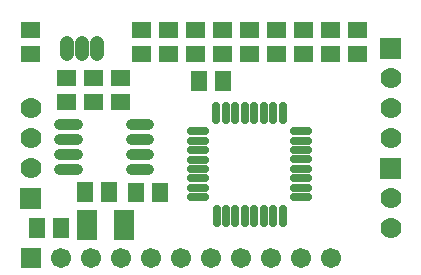
<source format=gbs>
G04 Layer: BottomSolderMaskLayer*
G04 EasyEDA v6.1.33, Mon, 29 Apr 2019 08:20:16 GMT*
G04 411861b6da474a0787508d96397a8606,b00fa10de7d64fab8ce431aff4cbea96,10*
G04 Gerber Generator version 0.2*
G04 Scale: 100 percent, Rotated: No, Reflected: No *
G04 Dimensions in inches *
G04 leading zeros omitted , absolute positions ,2 integer and 4 decimal *
%FSLAX24Y24*%
%MOIN*%
G90*
G70D02*

%ADD34C,0.047370*%
%ADD35C,0.070000*%
%ADD37C,0.067000*%
%ADD38R,0.067000X0.067000*%
%ADD40C,0.025717*%
%ADD41C,0.035559*%
%ADD42R,0.053670X0.065870*%
%ADD44R,0.071000X0.102488*%

%LPD*%
G54D40*
G01X9856Y2640D02*
G01X9383Y2640D01*
G01X9856Y2955D02*
G01X9383Y2955D01*
G01X9856Y3269D02*
G01X9383Y3269D01*
G01X9856Y3584D02*
G01X9383Y3584D01*
G01X9856Y3898D02*
G01X9383Y3898D01*
G01X9856Y4213D02*
G01X9383Y4213D01*
G01X9856Y4528D02*
G01X9383Y4528D01*
G01X9856Y4844D02*
G01X9383Y4844D01*
G01X9000Y5696D02*
G01X9000Y5223D01*
G01X8685Y5696D02*
G01X8685Y5223D01*
G01X8369Y5696D02*
G01X8369Y5223D01*
G01X8055Y5696D02*
G01X8055Y5223D01*
G01X7740Y5696D02*
G01X7740Y5223D01*
G01X7426Y5696D02*
G01X7426Y5223D01*
G01X7110Y5696D02*
G01X7110Y5223D01*
G01X6796Y5696D02*
G01X6796Y5223D01*
G01X6406Y4840D02*
G01X5933Y4840D01*
G01X6406Y4525D02*
G01X5933Y4525D01*
G01X6406Y4209D02*
G01X5933Y4209D01*
G01X6406Y3894D02*
G01X5933Y3894D01*
G01X6406Y3580D02*
G01X5933Y3580D01*
G01X6406Y3265D02*
G01X5933Y3265D01*
G01X6406Y2951D02*
G01X5933Y2951D01*
G01X6406Y2636D02*
G01X5933Y2636D01*
G01X6800Y2256D02*
G01X6800Y1783D01*
G01X7114Y2256D02*
G01X7114Y1783D01*
G01X7430Y2256D02*
G01X7430Y1783D01*
G01X7744Y2256D02*
G01X7744Y1783D01*
G01X8059Y2256D02*
G01X8059Y1783D01*
G01X8373Y2256D02*
G01X8373Y1783D01*
G01X8689Y2256D02*
G01X8689Y1783D01*
G01X9003Y2256D02*
G01X9003Y1783D01*
G54D34*
G01X2800Y7796D02*
G01X2800Y7403D01*
G01X2300Y7796D02*
G01X2300Y7403D01*
G01X1800Y7796D02*
G01X1800Y7403D01*
G54D41*
G01X3934Y5090D02*
G01X4525Y5090D01*
G01X3934Y4590D02*
G01X4525Y4590D01*
G01X3934Y4090D02*
G01X4525Y4090D01*
G01X3934Y3590D02*
G01X4525Y3590D01*
G01X1554Y5090D02*
G01X2145Y5090D01*
G01X1554Y4590D02*
G01X2145Y4590D01*
G01X1554Y4090D02*
G01X2145Y4090D01*
G01X1554Y3590D02*
G01X2145Y3590D01*
G54D35*
G01X12600Y1600D03*
G01X12600Y2600D03*
G36*
G01X12250Y3250D02*
G01X12250Y3950D01*
G01X12950Y3950D01*
G01X12950Y3250D01*
G01X12250Y3250D01*
G37*
G36*
G01X12250Y7250D02*
G01X12250Y7950D01*
G01X12950Y7950D01*
G01X12950Y7250D01*
G01X12250Y7250D01*
G37*
G01X12600Y6600D03*
G01X12600Y5600D03*
G01X12600Y4600D03*
G54D37*
G01X10600Y600D03*
G01X9600Y600D03*
G01X8600Y600D03*
G01X7600Y600D03*
G01X6600Y600D03*
G01X5600Y600D03*
G01X4600Y600D03*
G01X3600Y600D03*
G01X2600Y600D03*
G01X1600Y600D03*
G54D38*
G01X600Y600D03*
G36*
G01X250Y2250D02*
G01X250Y2950D01*
G01X950Y2950D01*
G01X950Y2250D01*
G01X250Y2250D01*
G37*
G54D35*
G01X600Y3600D03*
G01X600Y4600D03*
G01X600Y5600D03*
G54D42*
G01X7000Y6500D03*
G01X6200Y6500D03*
G36*
G01X9371Y7932D02*
G01X9371Y8467D01*
G01X10028Y8467D01*
G01X10028Y7932D01*
G01X9371Y7932D01*
G37*
G36*
G01X9371Y7132D02*
G01X9371Y7667D01*
G01X10028Y7667D01*
G01X10028Y7132D01*
G01X9371Y7132D01*
G37*
G36*
G01X6671Y7932D02*
G01X6671Y8467D01*
G01X7328Y8467D01*
G01X7328Y7932D01*
G01X6671Y7932D01*
G37*
G36*
G01X6671Y7132D02*
G01X6671Y7667D01*
G01X7328Y7667D01*
G01X7328Y7132D01*
G01X6671Y7132D01*
G37*
G36*
G01X8471Y7932D02*
G01X8471Y8467D01*
G01X9128Y8467D01*
G01X9128Y7932D01*
G01X8471Y7932D01*
G37*
G36*
G01X8471Y7132D02*
G01X8471Y7667D01*
G01X9128Y7667D01*
G01X9128Y7132D01*
G01X8471Y7132D01*
G37*
G36*
G01X7571Y7932D02*
G01X7571Y8467D01*
G01X8228Y8467D01*
G01X8228Y7932D01*
G01X7571Y7932D01*
G37*
G36*
G01X7571Y7132D02*
G01X7571Y7667D01*
G01X8228Y7667D01*
G01X8228Y7132D01*
G01X7571Y7132D01*
G37*
G36*
G01X11171Y7932D02*
G01X11171Y8467D01*
G01X11828Y8467D01*
G01X11828Y7932D01*
G01X11171Y7932D01*
G37*
G36*
G01X11171Y7132D02*
G01X11171Y7667D01*
G01X11828Y7667D01*
G01X11828Y7132D01*
G01X11171Y7132D01*
G37*
G36*
G01X10271Y7932D02*
G01X10271Y8467D01*
G01X10928Y8467D01*
G01X10928Y7932D01*
G01X10271Y7932D01*
G37*
G36*
G01X10271Y7132D02*
G01X10271Y7667D01*
G01X10928Y7667D01*
G01X10928Y7132D01*
G01X10271Y7132D01*
G37*
G36*
G01X5771Y7932D02*
G01X5771Y8467D01*
G01X6428Y8467D01*
G01X6428Y7932D01*
G01X5771Y7932D01*
G37*
G36*
G01X5771Y7132D02*
G01X5771Y7667D01*
G01X6428Y7667D01*
G01X6428Y7132D01*
G01X5771Y7132D01*
G37*
G36*
G01X271Y7132D02*
G01X271Y7667D01*
G01X928Y7667D01*
G01X928Y7132D01*
G01X271Y7132D01*
G37*
G36*
G01X271Y7932D02*
G01X271Y8467D01*
G01X928Y8467D01*
G01X928Y7932D01*
G01X271Y7932D01*
G37*
G36*
G01X3832Y2471D02*
G01X3832Y3128D01*
G01X4368Y3128D01*
G01X4368Y2471D01*
G01X3832Y2471D01*
G37*
G36*
G01X4631Y2471D02*
G01X4631Y3128D01*
G01X5168Y3128D01*
G01X5168Y2471D01*
G01X4631Y2471D01*
G37*
G54D44*
G01X3730Y1700D03*
G01X2469Y1700D03*
G36*
G01X3971Y7140D02*
G01X3971Y7676D01*
G01X4628Y7676D01*
G01X4628Y7140D01*
G01X3971Y7140D01*
G37*
G36*
G01X3971Y7940D02*
G01X3971Y8476D01*
G01X4628Y8476D01*
G01X4628Y7940D01*
G01X3971Y7940D01*
G37*
G36*
G01X4871Y7932D02*
G01X4871Y8467D01*
G01X5528Y8467D01*
G01X5528Y7932D01*
G01X4871Y7932D01*
G37*
G36*
G01X4871Y7132D02*
G01X4871Y7667D01*
G01X5528Y7667D01*
G01X5528Y7132D01*
G01X4871Y7132D01*
G37*
G36*
G01X3271Y5532D02*
G01X3271Y6067D01*
G01X3928Y6067D01*
G01X3928Y5532D01*
G01X3271Y5532D01*
G37*
G36*
G01X3271Y6332D02*
G01X3271Y6867D01*
G01X3928Y6867D01*
G01X3928Y6332D01*
G01X3271Y6332D01*
G37*
G36*
G01X2371Y5532D02*
G01X2371Y6067D01*
G01X3028Y6067D01*
G01X3028Y5532D01*
G01X2371Y5532D01*
G37*
G36*
G01X2371Y6332D02*
G01X2371Y6867D01*
G01X3028Y6867D01*
G01X3028Y6332D01*
G01X2371Y6332D01*
G37*
G36*
G01X1471Y5532D02*
G01X1471Y6067D01*
G01X2128Y6067D01*
G01X2128Y5532D01*
G01X1471Y5532D01*
G37*
G36*
G01X1471Y6332D02*
G01X1471Y6867D01*
G01X2128Y6867D01*
G01X2128Y6332D01*
G01X1471Y6332D01*
G37*
G54D42*
G01X800Y1600D03*
G01X1600Y1600D03*
G01X3200Y2800D03*
G01X2400Y2800D03*
M00*
M02*

</source>
